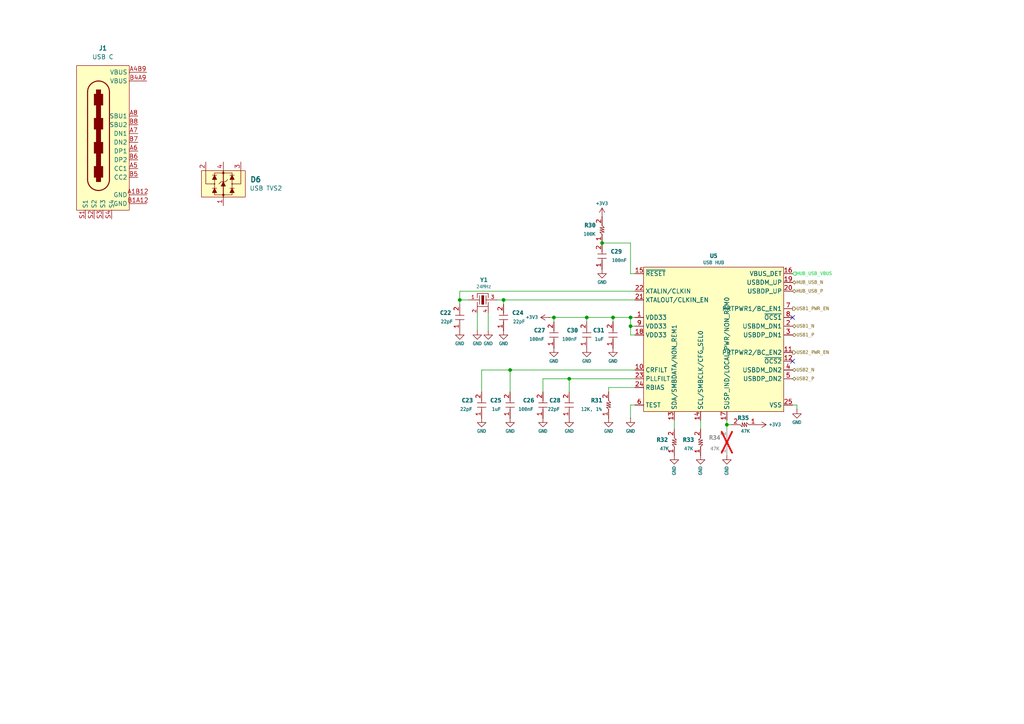
<source format=kicad_sch>
(kicad_sch (version 20231120) (generator "eeschema") (generator_version "8.0")
  (paper "A4")
  (lib_symbols
    (symbol "SAMPI:CERCAP" (pin_names hide)
      (property "Reference" "C" (at -1.905 1.905 0))
      (property "Value" "CerCap" (at -1.905 0 0))
      (symbol "CERCAP_0_1"
        (polyline (pts (xy 0 -2.54) (xy 0.635 -2.54)))
        (polyline (pts (xy 0.635 -1.27) (xy 0.635 -3.81)))
        (polyline (pts (xy 1.905 -2.54) (xy 2.54 -2.54)))
        (polyline (pts (xy 1.905 -1.27) (xy 1.905 -3.81)))
      )
      (symbol "CERCAP_1_1"
        (pin bidirectional line (at -2.54 -2.54 0) (length 2.54) (name "1") (number "1"))
        (pin bidirectional line (at 5.08 -2.54 180) (length 2.54) (name "2") (number "2"))
      )
    )
    (symbol "SAMPI:RES" (pin_names hide)
      (property "Reference" "R" (at 0 1.905 0))
      (property "Value" "RES" (at 0 0 0))
      (symbol "RES_0_1"
        (polyline (pts (xy 0 -2.54) (xy 0.635 -1.905) (xy 0.635 -3.175) (xy 1.27 -1.905) (xy 1.27 -3.175) (xy 1.905 -1.905) (xy 1.905 -3.175) (xy 2.54 -2.54)))
      )
      (symbol "RES_1_1"
        (pin bidirectional line (at -2.54 -2.54 0) (length 2.54) (name "1") (number "1"))
        (pin bidirectional line (at 5.08 -2.54 180) (length 2.54) (name "2") (number "2"))
      )
    )
    (symbol "SAMPI:USB2422"
      (property "Reference" "U3" (at 0.635 0 0))
      (property "Value" "USB HUB" (at 0.635 -1.905 0))
      (symbol "USB2422_1_1"
        (rectangle (start -19.685 -3.175) (end 20.955 -45.085) (fill (type background)))
        (pin power_in line (at -22.225 -17.78 0) (length 2.54) (name "VDD33") (number "1"))
        (pin passive line (at -22.225 -33.02 0) (length 2.54) (name "CRFILT") (number "10"))
        (pin output line (at 23.495 -27.94 180) (length 2.54) (name "PRTPWR2/BC_EN2") (number "11"))
        (pin input line (at 23.495 -30.48 180) (length 2.54) (name "~{OCS2}") (number "12"))
        (pin bidirectional line (at -10.795 -47.625 90) (length 2.54) (name "SDA/SMBDATA/NON_REM1") (number "13"))
        (pin bidirectional line (at -3.175 -47.625 90) (length 2.54) (name "SCL/SMBCLK/CFG_SEL0") (number "14"))
        (pin input line (at -22.225 -5.08 0) (length 2.54) (name "~{RESET}") (number "15"))
        (pin input line (at 23.495 -5.08 180) (length 2.54) (name "VBUS_DET") (number "16"))
        (pin bidirectional line (at 4.445 -47.625 90) (length 2.54) (name "SUSP_IND/LOCAL_PWR/NON_REM0") (number "17"))
        (pin power_in line (at -22.225 -22.86 0) (length 2.54) (name "VDD33") (number "18"))
        (pin bidirectional line (at 23.495 -7.62 180) (length 2.54) (name "USBDM_UP") (number "19"))
        (pin bidirectional line (at 23.495 -20.32 180) (length 2.54) (name "USBDM_DN1") (number "2"))
        (pin bidirectional line (at 23.495 -10.16 180) (length 2.54) (name "USBDP_UP") (number "20"))
        (pin output line (at -22.225 -12.7 0) (length 2.54) (name "XTALOUT/CLKIN_EN") (number "21"))
        (pin input line (at -22.225 -10.16 0) (length 2.54) (name "XTALIN/CLKIN") (number "22"))
        (pin passive line (at -22.225 -35.56 0) (length 2.54) (name "PLLFILT") (number "23"))
        (pin passive line (at -22.225 -38.1 0) (length 2.54) (name "RBIAS") (number "24"))
        (pin passive line (at 23.495 -43.18 180) (length 2.54) (name "VSS") (number "25"))
        (pin bidirectional line (at 23.495 -22.86 180) (length 2.54) (name "USBDP_DN1") (number "3"))
        (pin bidirectional line (at 23.495 -33.02 180) (length 2.54) (name "USBDM_DN2") (number "4"))
        (pin bidirectional line (at 23.495 -35.56 180) (length 2.54) (name "USBDP_DN2") (number "5"))
        (pin passive line (at -22.225 -43.18 0) (length 2.54) (name "TEST") (number "6"))
        (pin output line (at 23.495 -15.24 180) (length 2.54) (name "PRTPWR1/BC_EN1") (number "7"))
        (pin input line (at 23.495 -17.78 180) (length 2.54) (name "~{OCS1}") (number "8"))
        (pin power_in line (at -22.225 -20.32 0) (length 2.54) (name "VDD33") (number "9"))
      )
    )
    (symbol "SAMPI:USB4105"
      (property "Reference" "J" (at 0.635 -1.905 0))
      (property "Value" "USB C" (at 2.54 -3.81 0))
      (symbol "USB4105_1_1"
        (rectangle (start 0 -5.715) (end 15.24 -47.625) (fill (type background)))
        (polyline (pts (xy 3.175 -13.335) (xy 3.175 -38.735)) (stroke (width 0.3)))
        (polyline (pts (xy 9.525 -13.335) (xy 9.525 -38.735)) (stroke (width 0.3)))
        (arc (start 3.175 -38.735) (mid 4.1049 -40.9801) (end 6.35 -41.91) (stroke (width 0.3)))
        (rectangle (start 5.08 -34.925) (end 5.715 -38.1) (fill (type outline)))
        (rectangle (start 5.08 -27.94) (end 5.715 -31.115) (fill (type outline)))
        (rectangle (start 5.08 -20.955) (end 5.715 -24.13) (fill (type outline)))
        (rectangle (start 5.08 -13.97) (end 5.715 -17.145) (fill (type outline)))
        (rectangle (start 5.715 -12.7) (end 6.985 -39.37) (fill (type outline)))
        (arc (start 6.35 -41.91) (mid 8.5951 -40.9801) (end 9.525 -38.735) (stroke (width 0.3)))
        (arc (start 6.35 -10.16) (mid 4.1049 -11.0899) (end 3.175 -13.335) (stroke (width 0.3)))
        (rectangle (start 6.985 -34.925) (end 7.62 -38.1) (fill (type outline)))
        (rectangle (start 6.985 -27.94) (end 7.62 -31.115) (fill (type outline)))
        (rectangle (start 6.985 -20.955) (end 7.62 -24.13) (fill (type outline)))
        (rectangle (start 6.985 -13.97) (end 7.62 -17.145) (fill (type outline)))
        (arc (start 9.525 -13.335) (mid 8.5951 -11.0899) (end 6.35 -10.16) (stroke (width 0.3)))
        (pin passive line (at 20.32 -43.18 180) (length 5.08) (name "GND") (number "A1B12"))
        (pin passive line (at 20.32 -7.62 180) (length 5.08) (name "VBUS") (number "A4B9"))
        (pin passive line (at 17.78 -35.56 180) (length 2.54) (name "CC1") (number "A5"))
        (pin passive line (at 17.78 -30.48 180) (length 2.54) (name "DP1") (number "A6"))
        (pin passive line (at 17.78 -25.4 180) (length 2.54) (name "DN1") (number "A7"))
        (pin passive line (at 17.78 -20.32 180) (length 2.54) (name "SBU1") (number "A8"))
        (pin passive line (at 20.32 -45.72 180) (length 5.08) (name "GND") (number "B1A12"))
        (pin passive line (at 20.32 -10.16 180) (length 5.08) (name "VBUS") (number "B4A9"))
        (pin passive line (at 17.78 -38.1 180) (length 2.54) (name "CC2") (number "B5"))
        (pin passive line (at 17.78 -33.02 180) (length 2.54) (name "DP2") (number "B6"))
        (pin passive line (at 17.78 -27.94 180) (length 2.54) (name "DN2") (number "B7"))
        (pin passive line (at 17.78 -22.86 180) (length 2.54) (name "SBU2") (number "B8"))
        (pin passive line (at 2.54 -50.165 90) (length 2.54) (name "S1") (number "S1"))
        (pin passive line (at 5.08 -50.165 90) (length 2.54) (name "S2") (number "S2"))
        (pin passive line (at 7.62 -50.165 90) (length 2.54) (name "S3") (number "S3"))
        (pin passive line (at 10.16 -50.165 90) (length 2.54) (name "S4") (number "S4"))
      )
    )
    (symbol "SAMPI:USB_TVS2" (pin_names hide)
      (property "Reference" "D" (at 7.62 0 0))
      (property "Value" "USB TVS2" (at 7.62 -1.905 0))
      (symbol "USB_TVS2_0_1"
        (polyline (pts (xy 12.065 -7.62) (xy 13.335 -7.62)))
        (polyline (pts (xy 12.065 -3.81) (xy 13.335 -3.81)))
        (polyline (pts (xy 14.605 -5.715) (xy 15.875 -5.715)))
        (polyline (pts (xy 17.145 -7.62) (xy 18.415 -7.62)))
        (polyline (pts (xy 17.145 -3.81) (xy 18.415 -3.81)))
        (polyline (pts (xy 10.16 -2.54) (xy 10.16 -6.35) (xy 12.7 -6.35)))
        (polyline (pts (xy 20.32 -2.54) (xy 20.32 -6.35) (xy 17.78 -6.35)))
      )
      (symbol "USB_TVS2_1_1"
        (polyline (pts (xy 12.7 -9.525) (xy 17.78 -9.525)))
        (polyline (pts (xy 12.7 -8.89) (xy 12.7 -9.525)))
        (polyline (pts (xy 12.7 -5.08) (xy 12.7 -7.62)))
        (polyline (pts (xy 12.7 -3.81) (xy 12.7 -3.175)))
        (polyline (pts (xy 14.605 -5.715) (xy 13.97 -6.35)))
        (polyline (pts (xy 15.24 -10.16) (xy 15.24 -5.715)) (stroke (width 0.254)))
        (polyline (pts (xy 15.24 -2.54) (xy 15.24 -5.715)) (stroke (width 0.254)))
        (polyline (pts (xy 15.875 -5.715) (xy 16.51 -5.08)))
        (polyline (pts (xy 17.78 -9.525) (xy 17.78 -8.89)))
        (polyline (pts (xy 17.78 -7.62) (xy 17.78 -5.08)))
        (polyline (pts (xy 17.78 -3.81) (xy 17.78 -3.175)))
        (polyline (pts (xy 17.78 -3.175) (xy 12.7 -3.175)))
        (polyline (pts (xy 12.065 -8.89) (xy 13.335 -8.89) (xy 12.7 -7.62) (xy 12.065 -8.89)) (fill (type outline)))
        (polyline (pts (xy 12.065 -5.08) (xy 13.335 -5.08) (xy 12.7 -3.81) (xy 12.065 -5.08)) (fill (type outline)))
        (polyline (pts (xy 14.605 -6.985) (xy 15.875 -6.985) (xy 15.24 -5.715) (xy 14.605 -6.985)) (fill (type outline)))
        (polyline (pts (xy 17.145 -8.89) (xy 18.415 -8.89) (xy 17.78 -7.62) (xy 17.145 -8.89)) (fill (type outline)))
        (polyline (pts (xy 17.145 -5.08) (xy 18.415 -5.08) (xy 17.78 -3.81) (xy 17.145 -5.08)) (fill (type outline)))
        (rectangle (start 8.89 -2.54) (end 21.59 -10.16) (fill (type background)))
        (circle (center 12.7 -6.35) (radius 0.127))
        (circle (center 15.24 -9.525) (radius 0.254) (fill (type outline)))
        (circle (center 15.24 -3.175) (radius 0.254) (fill (type outline)))
        (circle (center 17.78 -6.35) (radius 0.127))
        (pin power_in line (at 15.24 -12.7 90) (length 2.54) (name "GND") (number "1"))
        (pin bidirectional line (at 10.16 0 270) (length 2.54) (name "A") (number "2"))
        (pin bidirectional line (at 20.32 0 270) (length 2.54) (name "B") (number "3"))
        (pin power_in line (at 15.24 0 270) (length 2.54) (name "VDD") (number "4"))
      )
    )
    (symbol "TUANLIB:FA-20H" (pin_names (offset 1.016))
      (property "Reference" "Y1" (at 0 7.62 0))
      (property "Value" "FA-20H" (at -6.985 3.175 0))
      (symbol "FA-20H_0_0"
        (pin passive line (at -5.715 0 0) (length 2.54) (name "~") (number "1"))
        (pin passive line (at 2.54 0 180) (length 2.54) (name "~") (number "3"))
      )
      (symbol "FA-20H_0_1"
        (polyline (pts (xy -2.54 1.27) (xy -2.54 -1.27)))
        (polyline (pts (xy -0.635 1.27) (xy -0.635 -1.27)))
        (polyline (pts (xy -3.175 0.635) (xy -3.175 1.905) (xy 0 1.905) (xy 0 0.635)))
        (polyline (pts (xy 0 -0.635) (xy 0 -1.905) (xy -3.175 -1.905) (xy -3.175 -0.635)))
      )
      (symbol "FA-20H_1_0"
        (pin passive line (at -3.175 -3.81 90) (length 1.27) (name "") (number "2"))
        (pin passive line (at 0 -3.81 90) (length 1.27) (name "") (number "4"))
      )
      (symbol "FA-20H_1_1"
        (rectangle (start -1.905 1.27) (end -1.27 -1.27) (fill (type outline)))
        (polyline (pts (xy -3.175 -2.54) (xy -3.175 -1.905)))
        (polyline (pts (xy -2.54 0) (xy -3.175 0)))
        (polyline (pts (xy 0 -2.54) (xy 0 -1.905)))
        (polyline (pts (xy 0 0) (xy -0.635 0)))
      )
    )
    (symbol "power:+3V3" (power) (pin_numbers hide) (pin_names (offset 0) hide)
      (property "Value" "+3V3" (at 0 3.556 0))
      (symbol "+3V3_0_1"
        (polyline (pts (xy -0.762 1.27) (xy 0 2.54)))
        (polyline (pts (xy 0 0) (xy 0 2.54)))
        (polyline (pts (xy 0 2.54) (xy 0.762 1.27)))
      )
      (symbol "+3V3_1_1"
        (pin power_in line (at 0 0 90) (length 0) (name "~") (number "1"))
      )
    )
    (symbol "power:GND" (power) (pin_numbers hide) (pin_names (offset 0) hide)
      (property "Value" "GND" (at 0 -3.81 0))
      (symbol "GND_0_1"
        (polyline (pts (xy 0 0) (xy 0 -1.27) (xy 1.27 -1.27) (xy 0 -2.54) (xy -1.27 -1.27) (xy 0 -1.27)))
      )
      (symbol "GND_1_1"
        (pin power_in line (at 0 0 270) (length 0) (name "~") (number "1"))
      )
    )
  )
  (junction (at 160.655 92.075))
  (junction (at 177.8 92.075))
  (junction (at 174.625 70.485))
  (junction (at 147.955 107.315))
  (junction (at 133.35 86.995))
  (junction (at 146.05 86.995))
  (junction (at 210.82 123.19))
  (junction (at 182.88 94.615))
  (junction (at 170.18 92.075))
  (junction (at 165.1 109.855))
  (junction (at 182.88 92.075))
  (no_connect (at 229.87 92.075))
  (no_connect (at 229.87 104.775))
  (wire (pts (xy 147.955 113.665) (xy 147.955 107.315)))
  (wire (pts (xy 231.14 117.475) (xy 229.87 117.475)))
  (wire (pts (xy 182.88 94.615) (xy 184.15 94.615)))
  (wire (pts (xy 231.14 118.745) (xy 231.14 117.475)))
  (wire (pts (xy 182.88 94.615) (xy 182.88 92.075)))
  (wire (pts (xy 182.88 92.075) (xy 184.15 92.075)))
  (wire (pts (xy 146.05 86.995) (xy 184.15 86.995)))
  (wire (pts (xy 165.1 109.855) (xy 165.1 113.665)))
  (wire (pts (xy 139.7 107.315) (xy 147.955 107.315)))
  (wire (pts (xy 203.2 124.46) (xy 203.2 121.92)))
  (wire (pts (xy 157.48 109.855) (xy 165.1 109.855)))
  (wire (pts (xy 182.88 97.155) (xy 182.88 94.615)))
  (wire (pts (xy 174.625 70.485) (xy 182.88 70.485)))
  (wire (pts (xy 138.43 90.805) (xy 138.43 95.885)))
  (wire (pts (xy 133.35 84.455) (xy 184.15 84.455)))
  (wire (pts (xy 139.7 113.665) (xy 139.7 107.315)))
  (wire (pts (xy 141.605 90.805) (xy 141.605 95.885)))
  (wire (pts (xy 160.655 92.075) (xy 170.18 92.075)))
  (wire (pts (xy 210.82 123.19) (xy 210.82 121.92)))
  (wire (pts (xy 147.955 107.315) (xy 184.15 107.315)))
  (wire (pts (xy 184.15 97.155) (xy 182.88 97.155)))
  (wire (pts (xy 177.8 92.075) (xy 177.8 93.345)))
  (wire (pts (xy 133.35 86.995) (xy 133.35 88.265)))
  (wire (pts (xy 133.35 86.995) (xy 135.89 86.995)))
  (wire (pts (xy 210.82 124.46) (xy 210.82 123.19)))
  (wire (pts (xy 184.15 112.395) (xy 176.53 112.395)))
  (wire (pts (xy 170.18 92.075) (xy 177.8 92.075)))
  (wire (pts (xy 159.385 92.075) (xy 160.655 92.075)))
  (wire (pts (xy 195.58 124.46) (xy 195.58 121.92)))
  (wire (pts (xy 144.145 86.995) (xy 146.05 86.995)))
  (wire (pts (xy 176.53 112.395) (xy 176.53 113.665)))
  (wire (pts (xy 133.35 84.455) (xy 133.35 86.995)))
  (wire (pts (xy 146.05 86.995) (xy 146.05 88.265)))
  (wire (pts (xy 157.48 109.855) (xy 157.48 113.665)))
  (wire (pts (xy 182.88 117.475) (xy 184.15 117.475)))
  (wire (pts (xy 182.88 70.485) (xy 182.88 79.375)))
  (wire (pts (xy 210.82 123.19) (xy 212.09 123.19)))
  (wire (pts (xy 184.15 79.375) (xy 182.88 79.375)))
  (wire (pts (xy 182.88 121.285) (xy 182.88 117.475)))
  (wire (pts (xy 165.1 109.855) (xy 184.15 109.855)))
  (wire (pts (xy 160.655 93.345) (xy 160.655 92.075)))
  (wire (pts (xy 177.8 92.075) (xy 182.88 92.075)))
  (wire (pts (xy 170.18 92.075) (xy 170.18 93.345)))
  (hierarchical_label "USB2_P" (shape bidirectional) (at 229.87 109.855 0) (effects (font (size 1.016 1.016))))
  (hierarchical_label "USB2_PWR_EN" (shape output) (at 229.87 102.235 0) (effects (font (size 1.016 1.016))))
  (hierarchical_label "USB1_P" (shape bidirectional) (at 229.87 97.155 0) (effects (font (size 1.016 1.016))))
  (hierarchical_label "USB1_PWR_EN" (shape output) (at 229.87 89.535 0) (effects (font (size 1.016 1.016))))
  (hierarchical_label "HUB_USB_N" (shape bidirectional) (at 229.87 81.915 0) (effects (font (size 1.016 1.016))))
  (hierarchical_label "HUB_USB_VBUS" (shape input) (at 229.87 79.375 0) (effects (font (size 1.016 1.016))))
  (hierarchical_label "USB2_N" (shape bidirectional) (at 229.87 107.315 0) (effects (font (size 1.016 1.016))))
  (hierarchical_label "USB1_N" (shape bidirectional) (at 229.87 94.615 0) (effects (font (size 1.016 1.016))))
  (hierarchical_label "HUB_USB_P" (shape bidirectional) (at 229.87 84.455 0) (effects (font (size 1.016 1.016))))
  (symbol (lib_id "power:GND") (at 138.43 95.885 0) (unit 1)
    (property "Reference" "#PWR043" (effects (hide yes)))
    (property "Value" "GND" (at 138.43 99.695 0) (effects (font (size 1.016 1.016))))
    (property "Description" "Power symbol creates a global label with name \"GND\" , ground" (effects (hide yes)))
  )
  (symbol (lib_id "power:GND") (at 146.05 95.885 0) (unit 1)
    (property "Reference" "#PWR046" (effects (hide yes)))
    (property "Value" "GND" (at 146.05 99.695 0) (effects (font (size 1.016 1.016))))
    (property "Description" "Power symbol creates a global label with name \"GND\" , ground" (effects (hide yes)))
  )
  (symbol (lib_id "power:+3V3") (at 159.385 92.075 90) (unit 1)
    (property "Reference" "#PWR049" (effects (hide yes)))
    (property "Value" "+3V3" (at 154.305 92.075 90) (effects (font (size 1.016 1.016))))
    (property "Description" "Power symbol creates a global label with name \"+3V3\"" (effects (hide yes)))
  )
  (symbol (lib_id "power:GND") (at 170.18 100.965 0) (mirror y) (unit 1)
    (property "Reference" "#PWR052" (effects (hide yes)))
    (property "Value" "GND" (at 170.18 104.775 0) (effects (font (size 1.016 1.016))))
    (property "Description" "Power symbol creates a global label with name \"GND\" , ground" (effects (hide yes)))
  )
  (symbol (lib_id "power:GND") (at 160.655 100.965 0) (mirror y) (unit 1)
    (property "Reference" "#PWR050" (effects (hide yes)))
    (property "Value" "GND" (at 160.655 104.775 0) (effects (font (size 1.016 1.016))))
    (property "Description" "Power symbol creates a global label with name \"GND\" , ground" (effects (hide yes)))
  )
  (symbol (lib_id "SAMPI:RES") (at 217.17 120.65 0) (mirror y) (unit 1)
    (property "Reference" "R35" (at 213.995 121.285 0) (effects (font (bold yes)) (justify right)))
    (property "Value" "47K" (at 214.63 125.095 0) (effects (font (size 1.016 1.016)) (justify right)))
    (property "Footprint" "Liem:RES0402" (effects (hide yes)))
    (property "Description" "RES SMD 47K OHM 5% 1/16W 0402" (effects (hide yes)))
    (property "MFT" "Rohm Semiconductor" (effects (hide yes)))
    (property "MNP" "MCR01MZPJ473" (effects (hide yes)))
  )
  (symbol (lib_id "SAMPI:CERCAP") (at 167.64 118.745 270) (mirror x) (unit 1)
    (property "Reference" "C28" (at 162.56 116.205 90) (effects (font (bold yes)) (justify right)))
    (property "Value" "22pF" (at 162.56 118.745 90) (effects (font (size 1.016 1.016)) (justify right)))
    (property "Footprint" "Liem:CAP0402" (effects (hide yes)))
    (property "Description" "CAP CER 22PF 50V C0G/NPO 0402" (effects (hide yes)))
    (property "MNP" "AC0402JRNPO9BN220" (effects (hide yes)))
    (property "MFT" "YAGEO" (effects (hide yes)))
  )
  (symbol (lib_id "power:GND") (at 133.35 95.885 0) (mirror y) (unit 1)
    (property "Reference" "#PWR042" (effects (hide yes)))
    (property "Value" "GND" (at 133.35 99.695 0) (effects (font (size 1.016 1.016))))
    (property "Description" "Power symbol creates a global label with name \"GND\" , ground" (effects (hide yes)))
  )
  (symbol (lib_id "SAMPI:USB2422") (at 206.375 74.295 0) (unit 1)
    (property "Reference" "U5" (at 207.01 74.295 0) (effects (font (bold yes))))
    (property "Value" "USB HUB" (at 207.01 76.2 0) (effects (font (size 1.016 1.016))))
    (property "Footprint" "Package_DFN_QFN:QFN-24-1EP_4x4mm_P0.5mm_EP2.8x2.8mm" (effects (hide yes)))
    (property "Description" "IC HUB CTLR USB 2.0 24QFN" (effects (hide yes)))
    (property "MNP" "USB2422T-I/MJ" (effects (hide yes)))
    (property "MFT" "Microchip Technology" (effects (hide yes)))
  )
  (symbol (lib_id "power:+3V3") (at 219.71 123.19 270) (unit 1)
    (property "Reference" "#PWR061" (effects (hide yes)))
    (property "Value" "+3V3" (at 224.79 123.19 90) (effects (font (size 1.016 1.016))))
    (property "Description" "Power symbol creates a global label with name \"+3V3\"" (effects (hide yes)))
  )
  (symbol (lib_id "power:GND") (at 141.605 95.885 0) (unit 1)
    (property "Reference" "#PWR045" (effects (hide yes)))
    (property "Value" "GND" (at 141.605 99.695 0) (effects (font (size 1.016 1.016))))
    (property "Description" "Power symbol creates a global label with name \"GND\" , ground" (effects (hide yes)))
  )
  (symbol (lib_id "power:GND") (at 231.14 118.745 0) (unit 1)
    (property "Reference" "#PWR062" (effects (hide yes)))
    (property "Value" "GND" (at 231.14 122.555 0) (effects (font (size 1.016 1.016))))
    (property "Description" "Power symbol creates a global label with name \"GND\" , ground" (effects (hide yes)))
  )
  (symbol (lib_id "power:GND") (at 210.82 132.08 0) (mirror y) (unit 1)
    (property "Reference" "#PWR060" (effects (hide yes)))
    (property "Value" "GND" (at 210.82 136.525 90) (effects (font (size 1.016 1.016))))
    (property "Description" "Power symbol creates a global label with name \"GND\" , ground" (effects (hide yes)))
  )
  (symbol (lib_id "SAMPI:RES") (at 213.36 129.54 270) (mirror x) (unit 1) (in_bom no) (dnp yes)
    (property "Reference" "R34" (at 208.915 127 90) (effects (font (bold yes)) (justify right)))
    (property "Value" "47K" (at 208.915 130.175 90) (effects (font (size 1.016 1.016)) (justify right)))
    (property "Footprint" "Liem:RES0402" (effects (hide yes)))
    (property "Description" "RES SMD 47K OHM 5% 1/16W 0402" (effects (hide yes)))
    (property "MFT" "Rohm Semiconductor" (effects (hide yes)))
    (property "MNP" "MCR01MZPJ473" (effects (hide yes)))
  )
  (symbol (lib_id "power:GND") (at 176.53 121.285 0) (unit 1)
    (property "Reference" "#PWR055" (effects (hide yes)))
    (property "Value" "GND" (at 176.53 125.095 0) (effects (font (size 1.016 1.016))))
    (property "Description" "Power symbol creates a global label with name \"GND\" , ground" (effects (hide yes)))
  )
  (symbol (lib_id "power:GND") (at 203.2 132.08 0) (mirror y) (unit 1)
    (property "Reference" "#PWR059" (effects (hide yes)))
    (property "Value" "GND" (at 203.2 136.525 90) (effects (font (size 1.016 1.016))))
    (property "Description" "Power symbol creates a global label with name \"GND\" , ground" (effects (hide yes)))
  )
  (symbol (lib_id "power:GND") (at 147.955 121.285 0) (mirror y) (unit 1)
    (property "Reference" "#PWR047" (effects (hide yes)))
    (property "Value" "GND" (at 147.955 125.095 0) (effects (font (size 1.016 1.016))))
    (property "Description" "Power symbol creates a global label with name \"GND\" , ground" (effects (hide yes)))
  )
  (symbol (lib_id "SAMPI:CERCAP") (at 180.34 98.425 270) (mirror x) (unit 1)
    (property "Reference" "C31" (at 175.26 95.885 90) (effects (font (bold yes)) (justify right)))
    (property "Value" "1uF" (at 175.26 98.425 90) (effects (font (size 1.016 1.016)) (justify right)))
    (property "Footprint" "Liem:CAP0402" (effects (hide yes)))
    (property "Description" "CAP CER 1UF 6.3V X5R 0402" (effects (hide yes)))
    (property "MNP" "GRM155R60J105KE19D" (effects (hide yes)))
    (property "MFT" "Murata Electronics" (effects (hide yes)))
  )
  (symbol (lib_id "power:GND") (at 174.625 78.105 0) (unit 1)
    (property "Reference" "#PWR054" (effects (hide yes)))
    (property "Value" "GND" (at 174.625 81.915 0) (effects (font (size 1.016 1.016))))
    (property "Description" "Power symbol creates a global label with name \"GND\" , ground" (effects (hide yes)))
  )
  (symbol (lib_id "SAMPI:CERCAP") (at 160.02 118.745 270) (mirror x) (unit 1)
    (property "Reference" "C26" (at 154.94 116.2049 90) (effects (font (bold yes)) (justify right)))
    (property "Value" "100nF" (at 154.94 118.7449 90) (effects (font (size 1.016 1.016)) (justify right)))
    (property "Footprint" "Liem:CAP0402" (effects (hide yes)))
    (property "Description" "CAP CER 0.1UF 16V X7R 0402" (effects (hide yes)))
    (property "MNP" "0402B104K160CT" (effects (hide yes)))
    (property "MFT" "Walsin Technology Corporation" (effects (hide yes)))
  )
  (symbol (lib_id "SAMPI:USB4105") (at 22.225 13.335 0) (unit 1)
    (property "Reference" "J1" (at 29.845 13.97 0) (effects (font (size 1.3 1.3) (bold yes))))
    (property "Value" "USB C" (at 29.845 16.51 0))
  )
  (symbol (lib_id "SAMPI:CERCAP") (at 135.89 93.345 270) (mirror x) (unit 1)
    (property "Reference" "C22" (at 127.635 90.805 90) (effects (font (bold yes)) (justify left)))
    (property "Value" "22pF" (at 127.635 93.345 90) (effects (font (size 1.016 1.016)) (justify left)))
    (property "Footprint" "Liem:CAP0402" (effects (hide yes)))
    (property "Description" "CAP CER 22PF 50V C0G/NPO 0402" (effects (hide yes)))
    (property "MNP" "AC0402JRNPO9BN220" (effects (hide yes)))
    (property "MFT" "YAGEO" (effects (hide yes)))
  )
  (symbol (lib_id "power:GND") (at 195.58 132.08 0) (unit 1)
    (property "Reference" "#PWR058" (effects (hide yes)))
    (property "Value" "GND" (at 195.58 136.525 90) (effects (font (size 1.016 1.016))))
    (property "Description" "Power symbol creates a global label with name \"GND\" , ground" (effects (hide yes)))
  )
  (symbol (lib_id "SAMPI:RES") (at 205.74 129.54 270) (mirror x) (unit 1)
    (property "Reference" "R33" (at 201.295 127.635 90) (effects (font (bold yes)) (justify right)))
    (property "Value" "47K" (at 201.295 130.175 90) (effects (font (size 1.016 1.016)) (justify right)))
    (property "Footprint" "Liem:RES0402" (effects (hide yes)))
    (property "Description" "RES SMD 47K OHM 5% 1/16W 0402" (effects (hide yes)))
    (property "MFT" "Rohm Semiconductor" (effects (hide yes)))
    (property "MNP" "MCR01MZPJ473" (effects (hide yes)))
  )
  (symbol (lib_id "power:GND") (at 165.1 121.285 0) (unit 1)
    (property "Reference" "#PWR051" (effects (hide yes)))
    (property "Value" "GND" (at 165.1 125.095 0) (effects (font (size 1.016 1.016))))
    (property "Description" "Power symbol creates a global label with name \"GND\" , ground" (effects (hide yes)))
  )
  (symbol (lib_id "SAMPI:USB_TVS2") (at 49.53 46.99 0) (unit 1)
    (property "Reference" "D6" (at 72.39 52.0699 0) (effects (font (size 1.5 1.5) (bold yes)) (justify left)))
    (property "Value" "USB TVS2" (at 72.39 54.6099 0) (effects (justify left)))
  )
  (symbol (lib_id "SAMPI:RES") (at 172.085 67.945 90) (unit 1)
    (property "Reference" "R30" (at 169.545 65.405 90) (effects (font (bold yes)) (justify right)))
    (property "Value" "100K" (at 168.91 67.945 90) (effects (font (size 1.016 1.016)) (justify right)))
    (property "Footprint" "Liem:RES0402" (effects (hide yes)))
    (property "Description" "RES SMD 100K OHM 5% 1/16W 0402" (effects (hide yes)))
    (property "MFT" "Rohm Semiconductor" (effects (hide yes)))
    (property "MNP" "MCR01MRTJ104" (effects (hide yes)))
  )
  (symbol (lib_id "power:GND") (at 177.8 100.965 0) (unit 1)
    (property "Reference" "#PWR056" (effects (hide yes)))
    (property "Value" "GND" (at 177.8 104.775 0) (effects (font (size 1.016 1.016))))
    (property "Description" "Power symbol creates a global label with name \"GND\" , ground" (effects (hide yes)))
  )
  (symbol (lib_id "power:GND") (at 182.88 121.285 0) (unit 1)
    (property "Reference" "#PWR057" (effects (hide yes)))
    (property "Value" "GND" (at 182.88 125.095 0) (effects (font (size 1.016 1.016))))
    (property "Description" "Power symbol creates a global label with name \"GND\" , ground" (effects (hide yes)))
  )
  (symbol (lib_id "SAMPI:CERCAP") (at 145.415 118.745 90) (unit 1)
    (property "Reference" "C25" (at 145.415 116.2049 90) (effects (font (bold yes)) (justify left)))
    (property "Value" "1uF" (at 145.415 118.7449 90) (effects (font (size 1.016 1.016)) (justify left)))
    (property "Footprint" "Liem:CAP0402" (effects (hide yes)))
    (property "Description" "CAP CER 1UF 6.3V X5R 0402" (effects (hide yes)))
    (property "MNP" "GRM155R60J105KE19D" (effects (hide yes)))
    (property "MFT" "Murata Electronics" (effects (hide yes)))
  )
  (symbol (lib_id "SAMPI:CERCAP") (at 172.085 75.565 90) (unit 1)
    (property "Reference" "C29" (at 177.165 73.0249 90) (effects (font (bold yes)) (justify right)))
    (property "Value" "100nF" (at 177.165 75.5649 90) (effects (font (size 1.016 1.016)) (justify right)))
    (property "Footprint" "Liem:CAP0402" (effects (hide yes)))
    (property "Description" "CAP CER 0.1UF 16V X7R 0402" (effects (hide yes)))
    (property "MNP" "0402B104K160CT" (effects (hide yes)))
    (property "MFT" "Walsin Technology Corporation" (effects (hide yes)))
  )
  (symbol (lib_id "SAMPI:RES") (at 173.99 118.745 90) (unit 1)
    (property "Reference" "R31" (at 171.45 116.205 90) (effects (font (bold yes)) (justify right)))
    (property "Value" "12K, 1%" (at 168.275 118.745 90) (effects (font (size 1.016 1.016)) (justify right)))
    (property "Footprint" "Liem:RES0402" (effects (hide yes)))
    (property "Description" "RES 12K OHM 1% 1/16W 0402" (effects (hide yes)))
    (property "MFT" "YAGEO" (effects (hide yes)))
    (property "MNP" "RC0402FR-0712KL" (effects (hide yes)))
  )
  (symbol (lib_id "SAMPI:CERCAP") (at 143.51 93.345 90) (unit 1)
    (property "Reference" "C24" (at 148.59 90.8049 90) (effects (font (bold yes)) (justify right)))
    (property "Value" "22pF" (at 148.59 93.3449 90) (effects (font (size 1.016 1.016)) (justify right)))
    (property "Footprint" "Liem:CAP0402" (effects (hide yes)))
    (property "Description" "CAP CER 22PF 50V C0G/NPO 0402" (effects (hide yes)))
    (property "MNP" "AC0402JRNPO9BN220" (effects (hide yes)))
    (property "MFT" "YAGEO" (effects (hide yes)))
  )
  (symbol (lib_id "SAMPI:CERCAP") (at 172.72 98.425 270) (mirror x) (unit 1)
    (property "Reference" "C30" (at 167.64 95.8849 90) (effects (font (bold yes)) (justify right)))
    (property "Value" "100nF" (at 167.64 98.4249 90) (effects (font (size 1.016 1.016)) (justify right)))
    (property "Footprint" "Liem:CAP0402" (effects (hide yes)))
    (property "Description" "CAP CER 0.1UF 16V X7R 0402" (effects (hide yes)))
    (property "MNP" "0402B104K160CT" (effects (hide yes)))
    (property "MFT" "Walsin Technology Corporation" (effects (hide yes)))
  )
  (symbol (lib_id "SAMPI:CERCAP") (at 137.16 118.745 90) (unit 1)
    (property "Reference" "C23" (at 137.16 116.2049 90) (effects (font (bold yes)) (justify left)))
    (property "Value" "22pF" (at 137.16 118.7449 90) (effects (font (size 1.016 1.016)) (justify left)))
    (property "Footprint" "Liem:CAP0402" (effects (hide yes)))
    (property "Description" "CAP CER 22PF 50V C0G/NPO 0402" (effects (hide yes)))
    (property "MNP" "AC0402JRNPO9BN220" (effects (hide yes)))
    (property "MFT" "YAGEO" (effects (hide yes)))
  )
  (symbol (lib_id "SAMPI:CERCAP") (at 163.195 98.425 270) (mirror x) (unit 1)
    (property "Reference" "C27" (at 158.115 95.8849 90) (effects (font (bold yes)) (justify right)))
    (property "Value" "100nF" (at 158.115 98.4249 90) (effects (font (size 1.016 1.016)) (justify right)))
    (property "Footprint" "Liem:CAP0402" (effects (hide yes)))
    (property "Description" "CAP CER 0.1UF 16V X7R 0402" (effects (hide yes)))
    (property "MNP" "0402B104K160CT" (effects (hide yes)))
    (property "MFT" "Walsin Technology Corporation" (effects (hide yes)))
  )
  (symbol (lib_id "power:+3V3") (at 174.625 62.865 0) (unit 1)
    (property "Reference" "#PWR053" (effects (hide yes)))
    (property "Value" "+3V3" (at 174.625 59.055 0) (effects (font (size 1.016 1.016))))
    (property "Description" "Power symbol creates a global label with name \"+3V3\"" (effects (hide yes)))
  )
  (symbol (lib_id "power:GND") (at 139.7 121.285 0) (mirror y) (unit 1)
    (property "Reference" "#PWR044" (effects (hide yes)))
    (property "Value" "GND" (at 139.7 125.095 0) (effects (font (size 1.016 1.016))))
    (property "Description" "Power symbol creates a global label with name \"GND\" , ground" (effects (hide yes)))
  )
  (symbol (lib_id "power:GND") (at 157.48 121.285 0) (mirror y) (unit 1)
    (property "Reference" "#PWR048" (effects (hide yes)))
    (property "Value" "GND" (at 157.48 125.095 0) (effects (font (size 1.016 1.016))))
    (property "Description" "Power symbol creates a global label with name \"GND\" , ground" (effects (hide yes)))
  )
  (symbol (lib_id "SAMPI:RES") (at 193.04 129.54 90) (unit 1)
    (property "Reference" "R32" (at 190.5 127.635 90) (effects (font (bold yes)) (justify right)))
    (property "Value" "47K" (at 191.135 130.175 90) (effects (font (size 1.016 1.016)) (justify right)))
    (property "Footprint" "Liem:RES0402" (effects (hide yes)))
    (property "Description" "RES SMD 47K OHM 5% 1/16W 0402" (effects (hide yes)))
    (property "MFT" "Rohm Semiconductor" (effects (hide yes)))
    (property "MNP" "MCR01MZPJ473" (effects (hide yes)))
  )
  (symbol (lib_id "TUANLIB:FA-20H") (at 141.605 86.995 0) (unit 1)
    (property "Reference" "Y1" (at 140.335 81.28 0) (effects (font (bold yes))))
    (property "Value" "24MHz" (at 140.335 83.185 0) (effects (font (size 1.016 1.016))))
    (property "Footprint" "Liem:CDFN3225-4LD-PL-1" (effects (hide yes)))
    (property "Description" "CRYSTAL 24.0000MHZ 12PF SMD" (effects (hide yes)))
    (property "MNP" "ABM8AIG-24.000MHZ-12-2Z-T3" (effects (hide yes)))
    (property "MFT" "Abracon LLC" (effects (hide yes)))
  )
)
</source>
